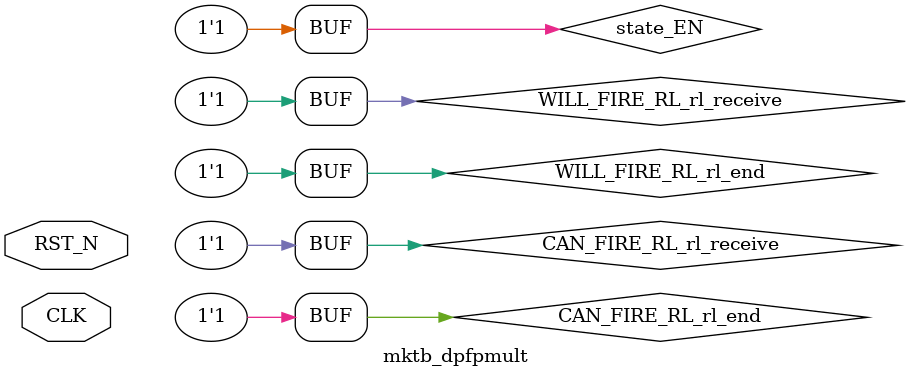
<source format=v>

`ifdef BSV_ASSIGNMENT_DELAY
`else
  `define BSV_ASSIGNMENT_DELAY
`endif

`ifdef BSV_POSITIVE_RESET
  `define BSV_RESET_VALUE 1'b1
  `define BSV_RESET_EDGE posedge
`else
  `define BSV_RESET_VALUE 1'b0
  `define BSV_RESET_EDGE negedge
`endif

module mktb_dpfpmult(CLK,
		     RST_N);
  input  CLK;
  input  RST_N;

  // register state
  reg [7 : 0] state;
  wire [7 : 0] state_D_IN;
  wire state_EN;

  // ports of submodule ifc_mult
  reg [127 : 0] ifc_mult_send_data_in;
  wire [69 : 0] ifc_mult_receive;
  wire ifc_mult_EN_send;

  // rule scheduling signals
  wire CAN_FIRE_RL_rl_end,
       CAN_FIRE_RL_rl_receive,
       CAN_FIRE_RL_rl_send0,
       CAN_FIRE_RL_rl_send1,
       CAN_FIRE_RL_rl_send2,
       CAN_FIRE_RL_rl_send3,
       WILL_FIRE_RL_rl_end,
       WILL_FIRE_RL_rl_receive,
       WILL_FIRE_RL_rl_send0,
       WILL_FIRE_RL_rl_send1,
       WILL_FIRE_RL_rl_send2,
       WILL_FIRE_RL_rl_send3;

  // submodule ifc_mult
  mk_dpfpmult ifc_mult(.CLK(CLK),
		       .RST_N(RST_N),
		       .send_data_in(ifc_mult_send_data_in),
		       .EN_send(ifc_mult_EN_send),
		       .RDY_send(),
		       .receive(ifc_mult_receive),
		       .RDY_receive());

  // rule RL_rl_receive
  assign CAN_FIRE_RL_rl_receive = 1'd1 ;
  assign WILL_FIRE_RL_rl_receive = 1'd1 ;

  // rule RL_rl_send0
  assign CAN_FIRE_RL_rl_send0 = state == 8'd0 ;
  assign WILL_FIRE_RL_rl_send0 = CAN_FIRE_RL_rl_send0 ;

  // rule RL_rl_send1
  assign CAN_FIRE_RL_rl_send1 = state == 8'd1 ;
  assign WILL_FIRE_RL_rl_send1 = CAN_FIRE_RL_rl_send1 ;

  // rule RL_rl_send2
  assign CAN_FIRE_RL_rl_send2 = state == 8'd2 ;
  assign WILL_FIRE_RL_rl_send2 = CAN_FIRE_RL_rl_send2 ;

  // rule RL_rl_send3
  assign CAN_FIRE_RL_rl_send3 = state == 8'd3 ;
  assign WILL_FIRE_RL_rl_send3 = CAN_FIRE_RL_rl_send3 ;

  // rule RL_rl_end
  assign CAN_FIRE_RL_rl_end = 1'd1 ;
  assign WILL_FIRE_RL_rl_end = 1'd1 ;

  // register state
  assign state_D_IN = state + 8'd1 ;
  assign state_EN = 1'd1 ;

  // submodule ifc_mult
  always@(WILL_FIRE_RL_rl_send1 or
	  WILL_FIRE_RL_rl_send0 or
	  WILL_FIRE_RL_rl_send2 or WILL_FIRE_RL_rl_send3)
  begin
    case (1'b1) // synopsys parallel_case
      WILL_FIRE_RL_rl_send1:
	  ifc_mult_send_data_in = 128'h001FFFFFEFFFFFFFBFE000000FFFFFFF;
      WILL_FIRE_RL_rl_send0:
	  ifc_mult_send_data_in = 128'h7FFFFFFFFFFFFFFF7FFFFFFFFFFFFFFF;
      WILL_FIRE_RL_rl_send2:
	  ifc_mult_send_data_in = 128'h801FFFFFEFFFFFFFBFE000000FFFFFFF;
      WILL_FIRE_RL_rl_send3:
	  ifc_mult_send_data_in = 128'hFFFFFFFFFFFFFFFF40FFFFFFFFFFFFFF;
      default: ifc_mult_send_data_in =
		   128'hAAAAAAAAAAAAAAAAAAAAAAAAAAAAAAAA /* unspecified value */ ;
    endcase
  end
  assign ifc_mult_EN_send =
	     WILL_FIRE_RL_rl_send1 || WILL_FIRE_RL_rl_send0 ||
	     WILL_FIRE_RL_rl_send2 ||
	     WILL_FIRE_RL_rl_send3 ;

  // handling of inlined registers

  always@(posedge CLK)
  begin
    if (RST_N == `BSV_RESET_VALUE)
      begin
        state <= `BSV_ASSIGNMENT_DELAY 8'd0;
      end
    else
      begin
        if (state_EN) state <= `BSV_ASSIGNMENT_DELAY state_D_IN;
      end
  end

  // synopsys translate_off
  `ifdef BSV_NO_INITIAL_BLOCKS
  `else // not BSV_NO_INITIAL_BLOCKS
  initial
  begin
    state = 8'hAA;
  end
  `endif // BSV_NO_INITIAL_BLOCKS
  // synopsys translate_on

  // handling of system tasks

  // synopsys translate_off
  always@(negedge CLK)
  begin
    #0;
    if (RST_N != `BSV_RESET_VALUE) $write("cycle: ", state, " dut result: ");
    if (RST_N != `BSV_RESET_VALUE)
      if (ifc_mult_receive[68])
	$write("<Float %s%x.%x>",
	       "-",
	       ifc_mult_receive[67:57],
	       ifc_mult_receive[56:5]);
      else
	$write("<Float %s%x.%x>",
	       "+",
	       ifc_mult_receive[67:57],
	       ifc_mult_receive[56:5]);
    if (RST_N != `BSV_RESET_VALUE) $write(" exceptions: ");
    if (RST_N != `BSV_RESET_VALUE) $write("<Exception: ");
    if (RST_N != `BSV_RESET_VALUE)
      if (ifc_mult_receive[4]) $write("Invalid_Op ");
    if (RST_N != `BSV_RESET_VALUE) if (!ifc_mult_receive[4]) $write("");
    if (RST_N != `BSV_RESET_VALUE)
      if (ifc_mult_receive[3]) $write("Divide_0 ");
    if (RST_N != `BSV_RESET_VALUE) if (!ifc_mult_receive[3]) $write("");
    if (RST_N != `BSV_RESET_VALUE)
      if (ifc_mult_receive[2]) $write("Overflow ");
    if (RST_N != `BSV_RESET_VALUE) if (!ifc_mult_receive[2]) $write("");
    if (RST_N != `BSV_RESET_VALUE)
      if (ifc_mult_receive[1]) $write("Underflow ");
    if (RST_N != `BSV_RESET_VALUE) if (!ifc_mult_receive[1]) $write("");
    if (RST_N != `BSV_RESET_VALUE)
      if (ifc_mult_receive[0]) $write("Inexact ");
    if (RST_N != `BSV_RESET_VALUE) if (!ifc_mult_receive[0]) $write("");
    if (RST_N != `BSV_RESET_VALUE) $write(">");
    if (RST_N != `BSV_RESET_VALUE) $write("\n");
    if (RST_N != `BSV_RESET_VALUE)
      if (WILL_FIRE_RL_rl_send0) $write("cycle:", state, " ");
    if (RST_N != `BSV_RESET_VALUE)
      if (WILL_FIRE_RL_rl_send0)
	$write("<Float %s%x.%x>", "+", 11'h7FF, 52'hFFFFFFFFFFFFF);
    if (RST_N != `BSV_RESET_VALUE)
      if (WILL_FIRE_RL_rl_send0)
	$write("<Float %s%x.%x>", "+", 11'h7FF, 52'hFFFFFFFFFFFFF);
    if (RST_N != `BSV_RESET_VALUE) if (WILL_FIRE_RL_rl_send0) $write("\n");
    if (RST_N != `BSV_RESET_VALUE)
      if (WILL_FIRE_RL_rl_send1) $write("cycle:", state, " ");
    if (RST_N != `BSV_RESET_VALUE)
      if (WILL_FIRE_RL_rl_send1)
	$write("<Float %s%x.%x>", "+", 11'h001, 52'hFFFFFEFFFFFFF);
    if (RST_N != `BSV_RESET_VALUE)
      if (WILL_FIRE_RL_rl_send1)
	$write("<Float %s%x.%x>", "-", 11'h3FE, 52'h000000FFFFFFF);
    if (RST_N != `BSV_RESET_VALUE) if (WILL_FIRE_RL_rl_send1) $write("\n");
    if (RST_N != `BSV_RESET_VALUE)
      if (WILL_FIRE_RL_rl_send2) $write("cycle:", state, " ");
    if (RST_N != `BSV_RESET_VALUE)
      if (WILL_FIRE_RL_rl_send2)
	$write("<Float %s%x.%x>", "-", 11'h001, 52'hFFFFFEFFFFFFF);
    if (RST_N != `BSV_RESET_VALUE)
      if (WILL_FIRE_RL_rl_send2)
	$write("<Float %s%x.%x>", "-", 11'h3FE, 52'h000000FFFFFFF);
    if (RST_N != `BSV_RESET_VALUE) if (WILL_FIRE_RL_rl_send2) $write("\n");
    if (RST_N != `BSV_RESET_VALUE)
      if (WILL_FIRE_RL_rl_send3) $write("cycle:", state, " ");
    if (RST_N != `BSV_RESET_VALUE)
      if (WILL_FIRE_RL_rl_send3)
	$write("<Float %s%x.%x>", "-", 11'h7FF, 52'hFFFFFFFFFFFFF);
    if (RST_N != `BSV_RESET_VALUE)
      if (WILL_FIRE_RL_rl_send3)
	$write("<Float %s%x.%x>", "+", 11'h40F, 52'hFFFFFFFFFFFFF);
    if (RST_N != `BSV_RESET_VALUE) if (WILL_FIRE_RL_rl_send3) $write("\n");
    if (RST_N != `BSV_RESET_VALUE) if (state > 8'd11) $finish(32'd0);
  end
  // synopsys translate_on
endmodule  // mktb_dpfpmult


</source>
